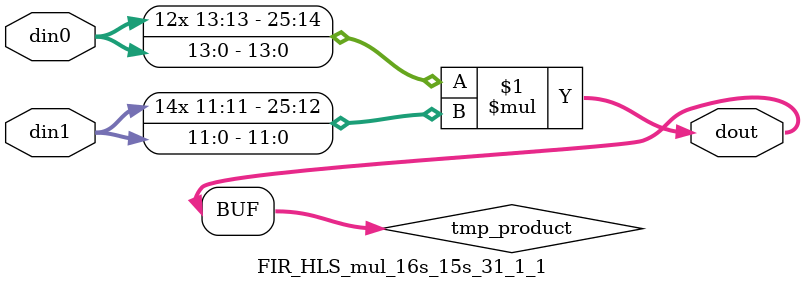
<source format=v>

`timescale 1 ns / 1 ps

 module FIR_HLS_mul_16s_15s_31_1_1(din0, din1, dout);
parameter ID = 1;
parameter NUM_STAGE = 0;
parameter din0_WIDTH = 14;
parameter din1_WIDTH = 12;
parameter dout_WIDTH = 26;

input [din0_WIDTH - 1 : 0] din0; 
input [din1_WIDTH - 1 : 0] din1; 
output [dout_WIDTH - 1 : 0] dout;

wire signed [dout_WIDTH - 1 : 0] tmp_product;



























assign tmp_product = $signed(din0) * $signed(din1);








assign dout = tmp_product;





















endmodule

</source>
